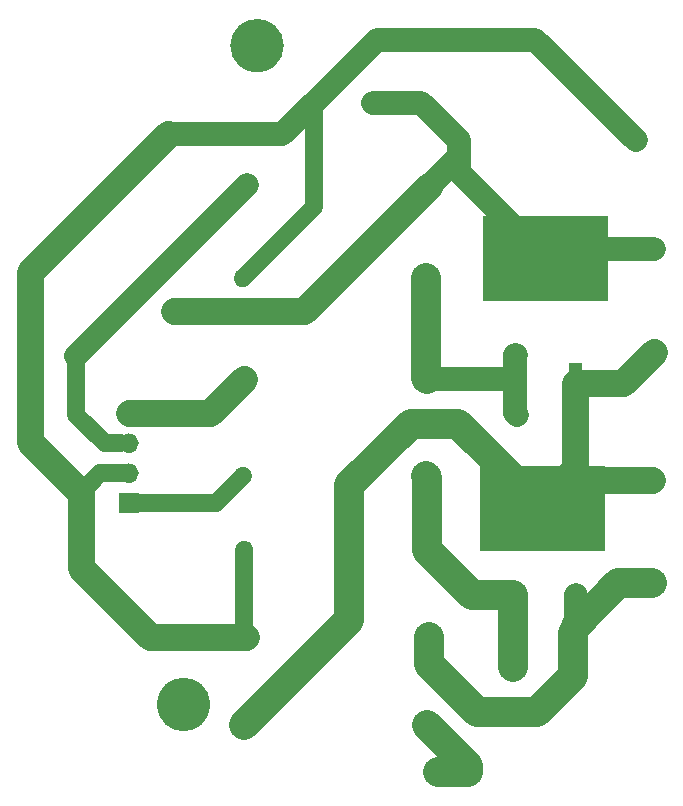
<source format=gbr>
%TF.GenerationSoftware,KiCad,Pcbnew,8.0.0*%
%TF.CreationDate,2024-09-26T23:11:17-04:00*%
%TF.ProjectId,untitled,756e7469-746c-4656-942e-6b696361645f,rev?*%
%TF.SameCoordinates,Original*%
%TF.FileFunction,Copper,L1,Top*%
%TF.FilePolarity,Positive*%
%FSLAX46Y46*%
G04 Gerber Fmt 4.6, Leading zero omitted, Abs format (unit mm)*
G04 Created by KiCad (PCBNEW 8.0.0) date 2024-09-26 23:11:17*
%MOMM*%
%LPD*%
G01*
G04 APERTURE LIST*
%TA.AperFunction,NonConductor*%
%ADD10C,0.900000*%
%TD*%
%TA.AperFunction,NonConductor*%
%ADD11C,0.000000*%
%TD*%
%TA.AperFunction,NonConductor*%
%ADD12C,0.800000*%
%TD*%
%TA.AperFunction,NonConductor*%
%ADD13C,0.850000*%
%TD*%
%TA.AperFunction,NonConductor*%
%ADD14C,2.250000*%
%TD*%
%TA.AperFunction,Conductor*%
%ADD15C,2.286000*%
%TD*%
%TA.AperFunction,Conductor*%
%ADD16C,1.498600*%
%TD*%
%TA.AperFunction,Conductor*%
%ADD17C,2.540000*%
%TD*%
%TA.AperFunction,Conductor*%
%ADD18C,2.032000*%
%TD*%
%TA.AperFunction,Conductor*%
%ADD19C,1.524000*%
%TD*%
%TA.AperFunction,Conductor*%
%ADD20C,1.778000*%
%TD*%
G04 APERTURE END LIST*
D10*
X71012750Y19179210D02*
G75*
G02*
X70112750Y19179210I-450000J0D01*
G01*
X70112750Y19179210D02*
G75*
G02*
X71012750Y19179210I450000J0D01*
G01*
X71012750Y10479210D02*
G75*
G02*
X70112750Y10479210I-450000J0D01*
G01*
X70112750Y10479210D02*
G75*
G02*
X71012750Y10479210I450000J0D01*
G01*
X71139750Y38737210D02*
G75*
G02*
X70239750Y38737210I-450000J0D01*
G01*
X70239750Y38737210D02*
G75*
G02*
X71139750Y38737210I450000J0D01*
G01*
X71139750Y30037210D02*
G75*
G02*
X70239750Y30037210I-450000J0D01*
G01*
X70239750Y30037210D02*
G75*
G02*
X71139750Y30037210I450000J0D01*
G01*
D11*
%TA.AperFunction,NonConductor*%
G36*
X59527000Y25749250D02*
G01*
X58392990Y25749250D01*
X58392990Y29107790D01*
X59527000Y29107790D01*
X59527000Y25749250D01*
G37*
%TD.AperFunction*%
%TA.AperFunction,NonConductor*%
G36*
X64607000Y25749250D02*
G01*
X63472990Y25749250D01*
X63472990Y29107790D01*
X64607000Y29107790D01*
X64607000Y25749250D01*
G37*
%TD.AperFunction*%
%TA.AperFunction,NonConductor*%
G36*
X66783200Y34409730D02*
G01*
X56216800Y34409730D01*
X56216800Y41590260D01*
X66783200Y41590260D01*
X66783200Y34409730D01*
G37*
%TD.AperFunction*%
%TA.AperFunction,NonConductor*%
G36*
X59318830Y4562250D02*
G01*
X58184820Y4562250D01*
X58184820Y7920790D01*
X59318830Y7920790D01*
X59318830Y4562250D01*
G37*
%TD.AperFunction*%
%TA.AperFunction,NonConductor*%
G36*
X64398830Y4562250D02*
G01*
X63264820Y4562250D01*
X63264820Y7920790D01*
X64398830Y7920790D01*
X64398830Y4562250D01*
G37*
%TD.AperFunction*%
%TA.AperFunction,NonConductor*%
G36*
X66575030Y13222730D02*
G01*
X56008630Y13222730D01*
X56008630Y20403260D01*
X66575030Y20403260D01*
X66575030Y13222730D01*
G37*
%TD.AperFunction*%
D12*
X51915800Y-1553790D02*
G75*
G02*
X51115800Y-1553790I-400000J0D01*
G01*
X51115800Y-1553790D02*
G75*
G02*
X51915800Y-1553790I400000J0D01*
G01*
X36415700Y-1553790D02*
G75*
G02*
X35615700Y-1553790I-400000J0D01*
G01*
X35615700Y-1553790D02*
G75*
G02*
X36415700Y-1553790I400000J0D01*
G01*
X52042800Y5939210D02*
G75*
G02*
X51242800Y5939210I-400000J0D01*
G01*
X51242800Y5939210D02*
G75*
G02*
X52042800Y5939210I400000J0D01*
G01*
X36542700Y5939210D02*
G75*
G02*
X35742700Y5939210I-400000J0D01*
G01*
X35742700Y5939210D02*
G75*
G02*
X36542700Y5939210I400000J0D01*
G01*
X51788800Y19528210D02*
G75*
G02*
X50988800Y19528210I-400000J0D01*
G01*
X50988800Y19528210D02*
G75*
G02*
X51788800Y19528210I400000J0D01*
G01*
X36288700Y19528210D02*
G75*
G02*
X35488700Y19528210I-400000J0D01*
G01*
X35488700Y19528210D02*
G75*
G02*
X36288700Y19528210I400000J0D01*
G01*
X36415700Y13305210D02*
G75*
G02*
X35615700Y13305210I-400000J0D01*
G01*
X35615700Y13305210D02*
G75*
G02*
X36415700Y13305210I400000J0D01*
G01*
X51915800Y13305210D02*
G75*
G02*
X51115800Y13305210I-400000J0D01*
G01*
X51115800Y13305210D02*
G75*
G02*
X51915800Y13305210I400000J0D01*
G01*
X51884100Y27727200D02*
G75*
G02*
X51084100Y27727200I-400000J0D01*
G01*
X51084100Y27727200D02*
G75*
G02*
X51884100Y27727200I400000J0D01*
G01*
X36384000Y27727200D02*
G75*
G02*
X35584000Y27727200I-400000J0D01*
G01*
X35584000Y27727200D02*
G75*
G02*
X36384000Y27727200I400000J0D01*
G01*
X36288700Y36292210D02*
G75*
G02*
X35488700Y36292210I-400000J0D01*
G01*
X35488700Y36292210D02*
G75*
G02*
X36288700Y36292210I400000J0D01*
G01*
X51788800Y36292210D02*
G75*
G02*
X50988800Y36292210I-400000J0D01*
G01*
X50988800Y36292210D02*
G75*
G02*
X51788800Y36292210I400000J0D01*
G01*
D10*
X47350110Y51151210D02*
G75*
G02*
X46450110Y51151210I-450000J0D01*
G01*
X46450110Y51151210D02*
G75*
G02*
X47350110Y51151210I450000J0D01*
G01*
X42351390Y51151210D02*
G75*
G02*
X41451390Y51151210I-450000J0D01*
G01*
X41451390Y51151210D02*
G75*
G02*
X42351390Y51151210I450000J0D01*
G01*
X30499750Y48491320D02*
G75*
G02*
X29599750Y48491320I-450000J0D01*
G01*
X29599750Y48491320D02*
G75*
G02*
X30499750Y48491320I450000J0D01*
G01*
X30499750Y33491100D02*
G75*
G02*
X29599750Y33491100I-450000J0D01*
G01*
X29599750Y33491100D02*
G75*
G02*
X30499750Y33491100I450000J0D01*
G01*
X69622860Y47976210D02*
G75*
G02*
X68722860Y47976210I-450000J0D01*
G01*
X68722860Y47976210D02*
G75*
G02*
X69622860Y47976210I450000J0D01*
G01*
X54622640Y47976210D02*
G75*
G02*
X53722640Y47976210I-450000J0D01*
G01*
X53722640Y47976210D02*
G75*
G02*
X54622640Y47976210I450000J0D01*
G01*
D11*
%TA.AperFunction,NonConductor*%
G36*
X27089750Y16392210D02*
G01*
X25389750Y16392210D01*
X25389750Y18092210D01*
X27089750Y18092210D01*
X27089750Y16392210D01*
G37*
%TD.AperFunction*%
D13*
X26664750Y19782210D02*
G75*
G02*
X25814750Y19782210I-425000J0D01*
G01*
X25814750Y19782210D02*
G75*
G02*
X26664750Y19782210I425000J0D01*
G01*
X26664750Y22322210D02*
G75*
G02*
X25814750Y22322210I-425000J0D01*
G01*
X25814750Y22322210D02*
G75*
G02*
X26664750Y22322210I425000J0D01*
G01*
X26664750Y24862210D02*
G75*
G02*
X25814750Y24862210I-425000J0D01*
G01*
X25814750Y24862210D02*
G75*
G02*
X26664750Y24862210I425000J0D01*
G01*
D12*
X52169800Y44166210D02*
G75*
G02*
X51369800Y44166210I-400000J0D01*
G01*
X51369800Y44166210D02*
G75*
G02*
X52169800Y44166210I400000J0D01*
G01*
X36669700Y44166210D02*
G75*
G02*
X35869700Y44166210I-400000J0D01*
G01*
X35869700Y44166210D02*
G75*
G02*
X36669700Y44166210I400000J0D01*
G01*
D14*
X38222870Y55986100D02*
G75*
G02*
X35972870Y55986100I-1125000J0D01*
G01*
X35972870Y55986100D02*
G75*
G02*
X38222870Y55986100I1125000J0D01*
G01*
X31999870Y211380D02*
G75*
G02*
X29749870Y211380I-1125000J0D01*
G01*
X29749870Y211380D02*
G75*
G02*
X31999870Y211380I1125000J0D01*
G01*
D10*
X52851750Y-5490790D02*
G75*
G02*
X51951750Y-5490790I-450000J0D01*
G01*
X51951750Y-5490790D02*
G75*
G02*
X52851750Y-5490790I450000J0D01*
G01*
D11*
%TA.AperFunction,NonConductor*%
G36*
X55841750Y-6390790D02*
G01*
X54041750Y-6390790D01*
X54041750Y-4590790D01*
X55841750Y-4590790D01*
X55841750Y-6390790D01*
G37*
%TD.AperFunction*%
D15*
%TO.N,*%
X26239750Y24862210D02*
X33119010Y24862210D01*
X33119010Y24862210D02*
X35984000Y27727200D01*
D16*
X26239750Y19782210D02*
X23826750Y19782210D01*
X23826750Y19782210D02*
X22175750Y18131210D01*
D17*
X58751750Y9495210D02*
X58751750Y6241600D01*
X58751830Y6241520D02*
X58751830Y3399210D01*
D18*
X58960000Y29769460D02*
X59005750Y29815210D01*
X58960000Y27428520D02*
X58960000Y24907960D01*
X58960000Y24907960D02*
X59132750Y24735210D01*
X51484100Y27727200D02*
X58661330Y27727200D01*
X58661330Y27727200D02*
X58960000Y27428520D01*
X58960000Y27428520D02*
X58960000Y29769460D01*
D17*
X51388800Y36292210D02*
X51388800Y27822500D01*
X51388800Y27822500D02*
X51484100Y27727200D01*
D18*
X51769800Y44166210D02*
X54172640Y46569050D01*
X54172640Y45327370D02*
X61500000Y38000000D01*
X54172640Y47976210D02*
X54172640Y46569050D01*
X54172640Y46569050D02*
X54172640Y45327370D01*
X46900110Y51151210D02*
X50997640Y51151210D01*
X50997640Y51151210D02*
X54172640Y47976210D01*
X30049750Y48491320D02*
X39241500Y48491320D01*
X39241500Y48491320D02*
X41901390Y51151210D01*
X36269700Y44166210D02*
X21794750Y29691260D01*
D19*
X21794750Y24735210D02*
X24207750Y22322210D01*
X24207750Y22322210D02*
X25466810Y22322210D01*
X21794750Y24735210D02*
X21794750Y29691260D01*
X35888700Y36292210D02*
X41901390Y42304900D01*
X41901390Y42304900D02*
X41901390Y51151210D01*
D15*
X30049750Y33491100D02*
X41094690Y33491100D01*
X41094690Y33491100D02*
X51769800Y44166210D01*
D19*
X64085750Y5987600D02*
X63831830Y6241520D01*
D18*
X70689750Y38737210D02*
X62237210Y38737210D01*
X62237210Y38737210D02*
X61500000Y38000000D01*
D15*
X22175750Y18131210D02*
X17857750Y22449210D01*
D18*
X41901390Y51151210D02*
X47235390Y56485210D01*
X47235390Y56485210D02*
X60663860Y56485210D01*
X60663860Y56485210D02*
X69172860Y47976210D01*
D16*
X26239750Y17242210D02*
X33602700Y17242210D01*
X33602700Y17242210D02*
X35888700Y19528210D01*
X36015700Y13305210D02*
X36015700Y6066210D01*
X36015700Y6066210D02*
X36142700Y5939210D01*
D17*
X51515800Y13305210D02*
X51515800Y19401210D01*
X51515800Y19401210D02*
X51388800Y19528210D01*
D15*
X36142700Y5939210D02*
X28017750Y5939210D01*
X22175750Y11781210D02*
X22175750Y18131210D01*
X28017750Y5939210D02*
X22175750Y11781210D01*
D17*
X51515800Y13305210D02*
X55325800Y9495210D01*
X55325800Y9495210D02*
X58751750Y9495210D01*
D15*
X17857750Y22449210D02*
X17857750Y36800210D01*
D20*
X29548860Y48491320D02*
X30049750Y48491320D01*
D15*
X29548860Y48491320D02*
X17857750Y36800210D01*
X70562750Y19179210D02*
X63658040Y19179210D01*
X63658040Y19179210D02*
X61291830Y16813000D01*
X62434750Y18512210D02*
X64040000Y20117460D01*
X64040000Y20117460D02*
X64040000Y27428520D01*
X64040000Y27428520D02*
X68081070Y27428520D01*
X68081070Y27428520D02*
X70689750Y30037210D01*
D17*
X51642800Y5939210D02*
X51642800Y3650160D01*
X51642800Y3650160D02*
X55703750Y-410790D01*
X55703750Y-410790D02*
X60771620Y-410790D01*
X60771620Y-410790D02*
X63831830Y2649420D01*
D18*
X64085750Y6878780D02*
X64085750Y5987600D01*
D17*
X67686180Y10479210D02*
X70562750Y10479210D01*
X64085750Y6878780D02*
X67686180Y10479210D01*
X63831830Y2649420D02*
X63831830Y6241520D01*
D18*
X64085750Y9495210D02*
X64085750Y6878780D01*
D17*
X36015700Y-1553790D02*
X44908750Y7339260D01*
X54131620Y23973210D02*
X61291830Y16813000D01*
X44908750Y7339260D02*
X44908750Y18766210D01*
X44908750Y18766210D02*
X50115750Y23973210D01*
X50115750Y23973210D02*
X54131620Y23973210D01*
X51515800Y-1553790D02*
X54941750Y-4979740D01*
X54941750Y-4979740D02*
X54941750Y-5490790D01*
X52401750Y-5490790D02*
X54941750Y-5490790D01*
%TD*%
M02*

</source>
